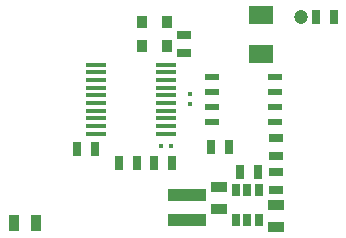
<source format=gtp>
G04 #@! TF.FileFunction,Paste,Top*
%FSLAX46Y46*%
G04 Gerber Fmt 4.6, Leading zero omitted, Abs format (unit mm)*
G04 Created by KiCad (PCBNEW 4.0.2+dfsg1-stable) date ven. 29 sept. 2017 08:41:15 CEST*
%MOMM*%
G01*
G04 APERTURE LIST*
%ADD10C,0.100000*%
%ADD11R,1.143000X0.508000*%
%ADD12R,2.032000X1.524000*%
%ADD13R,1.780540X0.304800*%
%ADD14R,1.780540X0.299720*%
%ADD15R,1.397000X0.889000*%
%ADD16R,0.635000X1.143000*%
%ADD17R,1.143000X0.635000*%
%ADD18R,0.889000X1.397000*%
%ADD19R,0.701040X1.000760*%
%ADD20R,3.200000X1.120000*%
%ADD21C,1.200000*%
%ADD22R,0.449200X0.449200*%
%ADD23R,0.900000X1.100000*%
G04 APERTURE END LIST*
D10*
D11*
X156237000Y-101195000D03*
X150903000Y-101195000D03*
X156237000Y-102465000D03*
X156237000Y-103735000D03*
X156237000Y-105005000D03*
X150903000Y-102465000D03*
X150903000Y-103735000D03*
X150903000Y-105005000D03*
D12*
X155090000Y-99251000D03*
X155090000Y-95949000D03*
D13*
X147038060Y-105373600D03*
X147038060Y-104723600D03*
X147038060Y-104073600D03*
X147038060Y-103423600D03*
X147038060Y-102773600D03*
X147038060Y-102123600D03*
X147038060Y-101473600D03*
X147038060Y-100823600D03*
D14*
X141099540Y-100823600D03*
X141099540Y-101473600D03*
X141099540Y-102123600D03*
X141099540Y-102773600D03*
X141099540Y-103423600D03*
X141099540Y-104073600D03*
X141099540Y-104723600D03*
X141099540Y-105373600D03*
D13*
X147040600Y-106023600D03*
X147040600Y-100173600D03*
X141099540Y-100173600D03*
D14*
X141099540Y-106023600D03*
D15*
X151511000Y-110528100D03*
X151511000Y-112433100D03*
D16*
X159766000Y-96139000D03*
X161290000Y-96139000D03*
D17*
X156387800Y-110794800D03*
X156387800Y-109270800D03*
D16*
X154863800Y-109270800D03*
X153339800Y-109270800D03*
D18*
X136029700Y-113588800D03*
X134124700Y-113588800D03*
D17*
X156387800Y-106400600D03*
X156387800Y-107924600D03*
D16*
X139496800Y-107289600D03*
X141020800Y-107289600D03*
D15*
X156387800Y-112026700D03*
X156387800Y-113931700D03*
D19*
X152971500Y-110769400D03*
X153924000Y-110769400D03*
X154876500Y-110769400D03*
X154876500Y-113309400D03*
X153924000Y-113309400D03*
X152971500Y-113309400D03*
D20*
X148793200Y-111228000D03*
X148793200Y-113308000D03*
D16*
X150825200Y-107162600D03*
X152349200Y-107162600D03*
D21*
X158445200Y-96139000D03*
D22*
X149098000Y-103548600D03*
X149098000Y-102648600D03*
X146590600Y-107086400D03*
X147490600Y-107086400D03*
D23*
X147100000Y-96561400D03*
X145000000Y-96561400D03*
X145000000Y-98561400D03*
X147100000Y-98561400D03*
D17*
X148564600Y-97688400D03*
X148564600Y-99212400D03*
D16*
X146050000Y-108508800D03*
X147574000Y-108508800D03*
X143027400Y-108508800D03*
X144551400Y-108508800D03*
M02*

</source>
